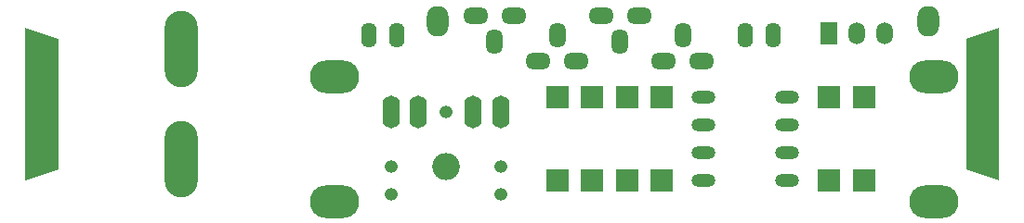
<source format=gbs>
G04 #@! TF.FileFunction,Soldermask,Bot*
%FSLAX46Y46*%
G04 Gerber Fmt 4.6, Leading zero omitted, Abs format (unit mm)*
G04 Created by KiCad (PCBNEW 4.0.2+dfsg1-stable) date vie 27 ene 2017 14:36:25 CET*
%MOMM*%
G01*
G04 APERTURE LIST*
%ADD10C,0.150000*%
%ADD11O,4.500000X3.000000*%
%ADD12O,3.000000X7.000000*%
%ADD13O,1.200000X1.200000*%
%ADD14O,2.500000X2.500000*%
%ADD15O,1.600000X3.000000*%
%ADD16O,1.397000X2.300000*%
%ADD17R,1.998980X1.998980*%
%ADD18O,2.000000X2.800000*%
%ADD19R,1.500000X2.000000*%
%ADD20O,1.500000X2.000000*%
%ADD21O,2.200000X1.200000*%
%ADD22O,1.524000X2.300000*%
%ADD23O,2.300000X1.524000*%
G04 APERTURE END LIST*
D10*
D11*
X-21590000Y1905000D03*
X-21590000Y-9525000D03*
X33020000Y1905000D03*
D12*
X-35560000Y4365000D03*
X-35560000Y-5635000D03*
D13*
X-11430000Y-1350000D03*
X-16430000Y-8850000D03*
X-6430000Y-8850000D03*
X-6430000Y-6350000D03*
D14*
X-11430000Y-6350000D03*
D13*
X-16430000Y-6350000D03*
D15*
X-13930000Y-1350000D03*
X-16430000Y-1350000D03*
X-6430000Y-1350000D03*
X-8930000Y-1350000D03*
D10*
G36*
X38965000Y-7635000D02*
X35965000Y-6635000D01*
X35965000Y5365000D01*
X38965000Y6365000D01*
X38965000Y-7635000D01*
X38965000Y-7635000D01*
G37*
D16*
X15875000Y5715000D03*
X18415000Y5715000D03*
X-18415000Y5715000D03*
X-15875000Y5715000D03*
D10*
G36*
X-49760000Y6365000D02*
X-46760000Y5365000D01*
X-46760000Y-6635000D01*
X-49760000Y-7635000D01*
X-49760000Y6365000D01*
X-49760000Y6365000D01*
G37*
D17*
X23495000Y-7620000D03*
X23495000Y0D03*
X8255000Y0D03*
X8255000Y-7620000D03*
X5080000Y-7620000D03*
X5080000Y0D03*
X26670000Y0D03*
X26670000Y-7620000D03*
X1905000Y0D03*
X1905000Y-7620000D03*
X-1270000Y0D03*
X-1270000Y-7620000D03*
D18*
X32510000Y6985000D03*
X-12190000Y6985000D03*
D19*
X23495000Y5815000D03*
D20*
X26035000Y5815000D03*
X28575000Y5815000D03*
D21*
X12065000Y-2540000D03*
X12065000Y0D03*
X12065000Y-5080000D03*
X12065000Y-7620000D03*
X19685000Y-7620000D03*
X19685000Y-5080000D03*
X19685000Y-2540000D03*
X19685000Y0D03*
D11*
X33020000Y-9525000D03*
D22*
X-6985000Y5080000D03*
D23*
X-5215000Y7485000D03*
X-8715000Y7485000D03*
D22*
X-1270000Y5715000D03*
D23*
X-3040000Y3310000D03*
X460000Y3310000D03*
D22*
X10160000Y5715000D03*
D23*
X8390000Y3310000D03*
X11890000Y3310000D03*
D22*
X4445000Y5080000D03*
D23*
X6215000Y7485000D03*
X2715000Y7485000D03*
M02*

</source>
